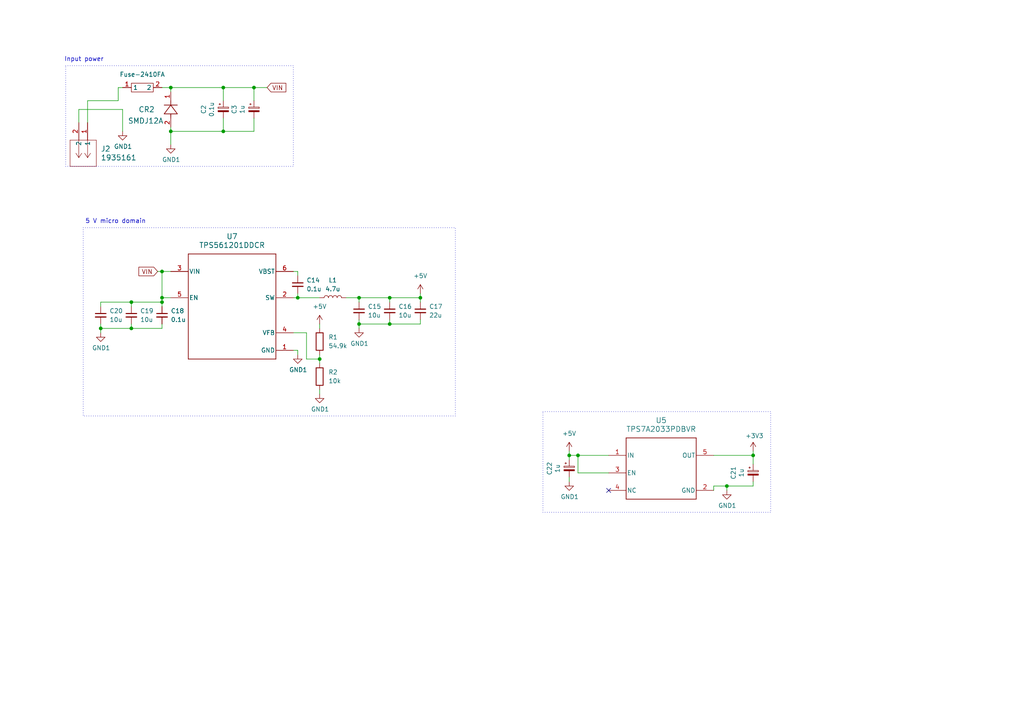
<source format=kicad_sch>
(kicad_sch (version 20231120) (generator "eeschema") (generator_version "8.0")
  (paper "A4")
  (lib_symbols
    (symbol "Device:C_Small" (pin_numbers hide) (pin_names (offset 0.254) hide)
      (property "Reference" "C" (at 0.254 1.778 0))
      (property "Value" "C_Small" (at 0.254 -2.032 0))
      (symbol "C_Small_0_1"
        (polyline (pts (xy -1.524 -0.508) (xy 1.524 -0.508)) (stroke (width 0.3302)))
        (polyline (pts (xy -1.524 0.508) (xy 1.524 0.508)) (stroke (width 0.3048)))
      )
      (symbol "C_Small_1_1"
        (pin passive line (at 0 2.54 270) (length 2.032) (name "~") (number "1"))
        (pin passive line (at 0 -2.54 90) (length 2.032) (name "~") (number "2"))
      )
    )
    (symbol "Device:L" (pin_numbers hide) (pin_names (offset 1.016) hide)
      (property "Reference" "L" (at -1.27 0 90))
      (property "Value" "L" (at 1.905 0 90))
      (symbol "L_0_1"
        (arc (start 0 -2.54) (mid 0.6323 -1.905) (end 0 -1.27))
        (arc (start 0 -1.27) (mid 0.6323 -0.635) (end 0 0))
        (arc (start 0 0) (mid 0.6323 0.635) (end 0 1.27))
        (arc (start 0 1.27) (mid 0.6323 1.905) (end 0 2.54))
      )
      (symbol "L_1_1"
        (pin passive line (at 0 3.81 270) (length 1.27) (name "1") (number "1"))
        (pin passive line (at 0 -3.81 90) (length 1.27) (name "2") (number "2"))
      )
    )
    (symbol "Device:R" (pin_numbers hide) (pin_names (offset 0))
      (property "Reference" "R" (at 2.032 0 90))
      (property "Value" "R" (at 0 0 90))
      (symbol "R_0_1"
        (rectangle (start -1.016 -2.54) (end 1.016 2.54) (stroke (width 0.254)))
      )
      (symbol "R_1_1"
        (pin passive line (at 0 3.81 270) (length 1.27) (name "~") (number "1"))
        (pin passive line (at 0 -3.81 90) (length 1.27) (name "~") (number "2"))
      )
    )
    (symbol "power:+5V" (power) (pin_numbers hide) (pin_names (offset 0) hide)
      (property "Value" "+5V" (at 0 3.556 0))
      (symbol "+5V_0_1"
        (polyline (pts (xy -0.762 1.27) (xy 0 2.54)))
        (polyline (pts (xy 0 0) (xy 0 2.54)))
        (polyline (pts (xy 0 2.54) (xy 0.762 1.27)))
      )
      (symbol "+5V_1_1"
        (pin power_in line (at 0 0 90) (length 0) (name "~") (number "1"))
      )
    )
    (symbol "power:GND1" (power) (pin_names (offset 0))
      (property "Value" "GND1" (at 0 -3.81 0))
      (symbol "GND1_0_1"
        (polyline (pts (xy 0 0) (xy 0 -1.27) (xy 1.27 -1.27) (xy 0 -2.54) (xy -1.27 -1.27) (xy 0 -1.27)))
      )
      (symbol "GND1_1_1"
        (pin power_in line (at 0 0 270) (length 0) hide (name "GND1") (number "1"))
      )
    )
    (symbol "spudglo_driver_v3p1-rescue:+3.3V-power" (power) (pin_names (offset 0))
      (property "Value" "+3.3V-power" (at 0 3.556 0))
      (symbol "+3.3V-power_0_1"
        (polyline (pts (xy -0.762 1.27) (xy 0 2.54)))
        (polyline (pts (xy 0 0) (xy 0 2.54)))
        (polyline (pts (xy 0 2.54) (xy 0.762 1.27)))
      )
      (symbol "+3.3V-power_1_1"
        (pin power_in line (at 0 0 90) (length 0) hide (name "+3V3") (number "1"))
      )
    )
    (symbol "spudglo_driver_v3p1-rescue:CP_Small-Device" (pin_numbers hide) (pin_names (offset 0.254) hide)
      (property "Reference" "C" (at 0.254 1.778 0))
      (property "Value" "CP_Small-Device" (at 0.254 -2.032 0))
      (symbol "CP_Small-Device_0_1"
        (rectangle (start -1.524 -0.3048) (end 1.524 -0.6858) (fill (type outline)))
        (rectangle (start -1.524 0.6858) (end 1.524 0.3048))
        (polyline (pts (xy -1.27 1.524) (xy -0.762 1.524)))
        (polyline (pts (xy -1.016 1.27) (xy -1.016 1.778)))
      )
      (symbol "CP_Small-Device_1_1"
        (pin passive line (at 0 2.54 270) (length 1.8542) (name "~") (number "1"))
        (pin passive line (at 0 -2.54 90) (length 1.8542) (name "~") (number "2"))
      )
    )
    (symbol "srw_custom:1935161" (pin_names (offset 0.254))
      (property "Reference" "J" (at 8.89 6.35 0))
      (property "Value" "1935161" (at 0 0 0))
      (symbol "1935161_1_1"
        (polyline (pts (xy 5.08 -5.08) (xy 12.7 -5.08)) (stroke (width 0.127)))
        (polyline (pts (xy 5.08 2.54) (xy 5.08 -5.08)) (stroke (width 0.127)))
        (polyline (pts (xy 10.16 -2.54) (xy 5.08 -2.54)) (stroke (width 0.127)))
        (polyline (pts (xy 10.16 -2.54) (xy 8.89 -3.3867)) (stroke (width 0.127)))
        (polyline (pts (xy 10.16 -2.54) (xy 8.89 -1.6933)) (stroke (width 0.127)))
        (polyline (pts (xy 10.16 0) (xy 5.08 0)) (stroke (width 0.127)))
        (polyline (pts (xy 10.16 0) (xy 8.89 -0.8467)) (stroke (width 0.127)))
        (polyline (pts (xy 10.16 0) (xy 8.89 0.8467)) (stroke (width 0.127)))
        (polyline (pts (xy 12.7 -5.08) (xy 12.7 2.54)) (stroke (width 0.127)))
        (polyline (pts (xy 12.7 2.54) (xy 5.08 2.54)) (stroke (width 0.127)))
        (pin unspecified line (at 0 0 0) (length 5.08) (name "1") (number "1"))
        (pin unspecified line (at 0 -2.54 0) (length 5.08) (name "2") (number "2"))
      )
      (symbol "1935161_1_2"
        (polyline (pts (xy 5.08 -5.08) (xy 12.7 -5.08)) (stroke (width 0.127)))
        (polyline (pts (xy 5.08 2.54) (xy 5.08 -5.08)) (stroke (width 0.127)))
        (polyline (pts (xy 7.62 -2.54) (xy 5.08 -2.54)) (stroke (width 0.127)))
        (polyline (pts (xy 7.62 -2.54) (xy 8.89 -3.3867)) (stroke (width 0.127)))
        (polyline (pts (xy 7.62 -2.54) (xy 8.89 -1.6933)) (stroke (width 0.127)))
        (polyline (pts (xy 7.62 0) (xy 5.08 0)) (stroke (width 0.127)))
        (polyline (pts (xy 7.62 0) (xy 8.89 -0.8467)) (stroke (width 0.127)))
        (polyline (pts (xy 7.62 0) (xy 8.89 0.8467)) (stroke (width 0.127)))
        (polyline (pts (xy 12.7 -5.08) (xy 12.7 2.54)) (stroke (width 0.127)))
        (polyline (pts (xy 12.7 2.54) (xy 5.08 2.54)) (stroke (width 0.127)))
        (pin unspecified line (at 0 0 0) (length 5.08) (name "1") (number "1"))
        (pin unspecified line (at 0 -2.54 0) (length 5.08) (name "2") (number "2"))
      )
    )
    (symbol "srw_custom:Fuse-2410FA"
      (property "Reference" "F" (at 0 0 0))
      (property "Value" "Fuse-2410FA" (at 0 2.54 0))
      (symbol "Fuse-2410FA_0_1"
        (rectangle (start 0 -2.54) (end 6.35 -5.08))
      )
      (symbol "Fuse-2410FA_1_1"
        (pin input line (at -2.54 -3.81 0) (length 2.54) (name "1") (number "1"))
        (pin input line (at 8.89 -3.81 180) (length 2.54) (name "2") (number "2"))
      )
    )
    (symbol "srw_custom:SMDJ11A" (pin_names (offset 0.254))
      (property "Reference" "CR" (at 5.08 4.445 0))
      (property "Value" "SMDJ11A" (at 5.08 -3.81 0))
      (symbol "SMDJ11A_1_1"
        (polyline (pts (xy 2.54 0) (xy 3.4798 0)) (stroke (width 0.2032)))
        (polyline (pts (xy 3.175 0) (xy 3.81 0)) (stroke (width 0.2032)))
        (polyline (pts (xy 3.81 -1.905) (xy 6.35 0)) (stroke (width 0.2032)))
        (polyline (pts (xy 3.81 1.905) (xy 3.81 -1.905)) (stroke (width 0.2032)))
        (polyline (pts (xy 6.35 -1.905) (xy 6.35 1.905)) (stroke (width 0.2032)))
        (polyline (pts (xy 6.35 0) (xy 3.81 1.905)) (stroke (width 0.2032)))
        (polyline (pts (xy 6.35 0) (xy 7.62 0)) (stroke (width 0.2032)))
        (pin unspecified line (at 10.16 0 180) (length 2.54) (name "") (number "1"))
        (pin unspecified line (at 0 0 0) (length 2.54) (name "") (number "2"))
      )
      (symbol "SMDJ11A_1_2"
        (polyline (pts (xy -1.905 3.81) (xy 1.905 3.81)) (stroke (width 0.2032)))
        (polyline (pts (xy 0 2.54) (xy 0 3.4798)) (stroke (width 0.2032)))
        (polyline (pts (xy 0 3.175) (xy 0 3.81)) (stroke (width 0.2032)))
        (polyline (pts (xy 0 6.35) (xy -1.905 3.81)) (stroke (width 0.2032)))
        (polyline (pts (xy 0 6.35) (xy 0 7.62)) (stroke (width 0.2032)))
        (polyline (pts (xy 1.905 3.81) (xy 0 6.35)) (stroke (width 0.2032)))
        (polyline (pts (xy 1.905 6.35) (xy -1.905 6.35)) (stroke (width 0.2032)))
        (pin unspecified line (at 0 10.16 270) (length 2.54) (name "") (number "1"))
        (pin unspecified line (at 0 0 90) (length 2.54) (name "") (number "2"))
      )
    )
    (symbol "srw_custom:TPS561201DDCR" (pin_names (offset 0.254))
      (property "Reference" "U" (at 0 2.54 0))
      (property "Value" "TPS561201DDCR" (at 0 0 0))
      (symbol "TPS561201DDCR_0_1"
        (polyline (pts (xy -12.7 -15.24) (xy 12.7 -15.24)) (stroke (width 0.2032)))
        (polyline (pts (xy -12.7 15.24) (xy -12.7 -15.24)) (stroke (width 0.2032)))
        (polyline (pts (xy 12.7 -15.24) (xy 12.7 15.24)) (stroke (width 0.2032)))
        (polyline (pts (xy 12.7 15.24) (xy -12.7 15.24)) (stroke (width 0.2032)))
        (pin power_in line (at 17.78 -12.7 180) (length 5.08) (name "GND") (number "1"))
        (pin power_in line (at 17.78 2.54 180) (length 5.08) (name "SW") (number "2"))
        (pin power_in line (at -17.78 10.16 0) (length 5.08) (name "VIN") (number "3"))
        (pin input line (at 17.78 -7.62 180) (length 5.08) (name "VFB") (number "4"))
        (pin input line (at -17.78 2.54 0) (length 5.08) (name "EN") (number "5"))
        (pin power_in line (at 17.78 10.16 180) (length 5.08) (name "VBST") (number "6"))
      )
    )
    (symbol "srw_custom:TPS7A2033PDBVR" (pin_names (offset 0.254))
      (property "Reference" "U" (at 0 2.54 0))
      (property "Value" "TPS7A2033PDBVR" (at 0 0 0))
      (symbol "TPS7A2033PDBVR_0_1"
        (polyline (pts (xy 5.08 -12.7) (xy 25.4 -12.7)) (stroke (width 0.2032)))
        (polyline (pts (xy 5.08 5.08) (xy 5.08 -12.7)) (stroke (width 0.2032)))
        (polyline (pts (xy 25.4 -12.7) (xy 25.4 5.08)) (stroke (width 0.2032)))
        (polyline (pts (xy 25.4 5.08) (xy 5.08 5.08)) (stroke (width 0.2032)))
        (pin power_in line (at 0 0 0) (length 5.08) (name "IN") (number "1"))
        (pin power_in line (at 30.48 -10.16 180) (length 5.08) (name "GND") (number "2"))
        (pin input line (at 0 -5.08 0) (length 5.08) (name "EN") (number "3"))
        (pin unspecified line (at 0 -10.16 0) (length 5.08) (name "NC") (number "4"))
        (pin unspecified line (at 30.48 0 180) (length 5.08) (name "OUT") (number "5"))
      )
    )
  )
  (junction (at 29.21 95.25))
  (junction (at 121.92 86.36))
  (junction (at 113.03 93.98))
  (junction (at 46.99 78.74))
  (junction (at 38.1 95.25))
  (junction (at 167.64 132.08))
  (junction (at 73.66 25.4))
  (junction (at 86.36 86.36))
  (junction (at 38.1 87.63))
  (junction (at 64.77 25.4))
  (junction (at 49.53 38.1))
  (junction (at 165.1 132.08))
  (junction (at 113.03 86.36))
  (junction (at 49.53 25.4))
  (junction (at 210.82 140.97))
  (junction (at 104.14 86.36))
  (junction (at 46.99 86.36))
  (junction (at 104.14 93.98))
  (junction (at 64.77 38.1))
  (junction (at 46.99 87.63))
  (junction (at 92.71 104.14))
  (junction (at 218.44 132.08))
  (no_connect (at 176.53 142.24))
  (wire (pts (xy 92.71 104.14) (xy 92.71 105.41)))
  (wire (pts (xy 92.71 86.36) (xy 86.36 86.36)))
  (wire (pts (xy 86.36 80.01) (xy 86.36 78.74)))
  (wire (pts (xy 38.1 87.63) (xy 29.21 87.63)))
  (wire (pts (xy 218.44 140.97) (xy 210.82 140.97)))
  (wire (pts (xy 113.03 86.36) (xy 104.14 86.36)))
  (wire (pts (xy 104.14 86.36) (xy 100.33 86.36)))
  (wire (pts (xy 34.29 25.4) (xy 35.56 25.4)))
  (wire (pts (xy 46.99 95.25) (xy 38.1 95.25)))
  (wire (pts (xy 46.99 86.36) (xy 49.53 86.36)))
  (wire (pts (xy 38.1 95.25) (xy 29.21 95.25)))
  (wire (pts (xy 64.77 34.29) (xy 64.77 38.1)))
  (wire (pts (xy 121.92 93.98) (xy 113.03 93.98)))
  (wire (pts (xy 104.14 87.63) (xy 104.14 86.36)))
  (wire (pts (xy 46.99 25.4) (xy 49.53 25.4)))
  (wire (pts (xy 64.77 25.4) (xy 64.77 29.21)))
  (wire (pts (xy 38.1 87.63) (xy 38.1 88.9)))
  (wire (pts (xy 207.01 142.24) (xy 207.01 140.97)))
  (wire (pts (xy 218.44 134.62) (xy 218.44 132.08)))
  (wire (pts (xy 121.92 92.71) (xy 121.92 93.98)))
  (wire (pts (xy 113.03 93.98) (xy 104.14 93.98)))
  (wire (pts (xy 86.36 101.6) (xy 86.36 102.87)))
  (wire (pts (xy 85.09 101.6) (xy 86.36 101.6)))
  (wire (pts (xy 25.4 29.21) (xy 34.29 29.21)))
  (wire (pts (xy 92.71 113.03) (xy 92.71 114.3)))
  (wire (pts (xy 88.9 96.52) (xy 85.09 96.52)))
  (wire (pts (xy 22.86 31.75) (xy 35.56 31.75)))
  (wire (pts (xy 49.53 36.83) (xy 49.53 38.1)))
  (wire (pts (xy 92.71 104.14) (xy 88.9 104.14)))
  (wire (pts (xy 46.99 78.74) (xy 49.53 78.74)))
  (wire (pts (xy 29.21 93.98) (xy 29.21 95.25)))
  (wire (pts (xy 92.71 102.87) (xy 92.71 104.14)))
  (wire (pts (xy 49.53 25.4) (xy 49.53 26.67)))
  (wire (pts (xy 46.99 88.9) (xy 46.99 87.63)))
  (wire (pts (xy 86.36 86.36) (xy 86.36 85.09)))
  (wire (pts (xy 92.71 93.98) (xy 92.71 95.25)))
  (wire (pts (xy 121.92 87.63) (xy 121.92 86.36)))
  (wire (pts (xy 167.64 132.08) (xy 167.64 137.16)))
  (wire (pts (xy 104.14 92.71) (xy 104.14 93.98)))
  (wire (pts (xy 165.1 130.81) (xy 165.1 132.08)))
  (wire (pts (xy 34.29 29.21) (xy 34.29 25.4)))
  (wire (pts (xy 104.14 93.98) (xy 104.14 95.25)))
  (wire (pts (xy 121.92 86.36) (xy 113.03 86.36)))
  (wire (pts (xy 46.99 93.98) (xy 46.99 95.25)))
  (wire (pts (xy 49.53 38.1) (xy 49.53 41.91)))
  (wire (pts (xy 165.1 138.43) (xy 165.1 139.7)))
  (wire (pts (xy 85.09 86.36) (xy 86.36 86.36)))
  (wire (pts (xy 64.77 38.1) (xy 49.53 38.1)))
  (wire (pts (xy 29.21 87.63) (xy 29.21 88.9)))
  (wire (pts (xy 167.64 132.08) (xy 165.1 132.08)))
  (wire (pts (xy 46.99 86.36) (xy 46.99 78.74)))
  (wire (pts (xy 88.9 104.14) (xy 88.9 96.52)))
  (wire (pts (xy 22.86 31.75) (xy 22.86 35.56)))
  (wire (pts (xy 176.53 137.16) (xy 167.64 137.16)))
  (wire (pts (xy 207.01 132.08) (xy 218.44 132.08)))
  (wire (pts (xy 218.44 139.7) (xy 218.44 140.97)))
  (wire (pts (xy 113.03 92.71) (xy 113.03 93.98)))
  (wire (pts (xy 86.36 78.74) (xy 85.09 78.74)))
  (wire (pts (xy 165.1 132.08) (xy 165.1 133.35)))
  (wire (pts (xy 73.66 34.29) (xy 73.66 38.1)))
  (wire (pts (xy 46.99 87.63) (xy 38.1 87.63)))
  (wire (pts (xy 49.53 25.4) (xy 64.77 25.4)))
  (wire (pts (xy 218.44 130.81) (xy 218.44 132.08)))
  (wire (pts (xy 113.03 87.63) (xy 113.03 86.36)))
  (wire (pts (xy 64.77 25.4) (xy 73.66 25.4)))
  (wire (pts (xy 121.92 85.09) (xy 121.92 86.36)))
  (wire (pts (xy 38.1 93.98) (xy 38.1 95.25)))
  (wire (pts (xy 167.64 132.08) (xy 176.53 132.08)))
  (wire (pts (xy 35.56 31.75) (xy 35.56 38.1)))
  (wire (pts (xy 73.66 25.4) (xy 77.47 25.4)))
  (wire (pts (xy 210.82 140.97) (xy 210.82 142.24)))
  (wire (pts (xy 46.99 87.63) (xy 46.99 86.36)))
  (wire (pts (xy 207.01 140.97) (xy 210.82 140.97)))
  (wire (pts (xy 73.66 38.1) (xy 64.77 38.1)))
  (wire (pts (xy 25.4 35.56) (xy 25.4 29.21)))
  (wire (pts (xy 45.72 78.74) (xy 46.99 78.74)))
  (wire (pts (xy 73.66 25.4) (xy 73.66 29.21)))
  (wire (pts (xy 29.21 95.25) (xy 29.21 96.52)))
  (rectangle (start 24.13 66.04) (end 132.08 120.65) (stroke (width 0) (type dot)))
  (rectangle (start 19.05 19.05) (end 85.09 48.26) (stroke (width 0) (type dot)))
  (rectangle (start 157.48 119.38) (end 223.52 148.59) (stroke (width 0) (type dot)))
  (text "5 V micro domain" (at 33.528 64.262 0) (effects (font (size 1.27 1.27))))
  (text "Input power\n" (at 24.384 17.272 0) (effects (font (size 1.27 1.27))))
  (global_label "VIN" (shape input) (at 45.72 78.74 180) (property "Intersheetrefs" "${INTERSHEET_REFS}" (effects (hide yes))))
  (global_label "VIN" (shape input) (at 77.47 25.4 0) (property "Intersheetrefs" "${INTERSHEET_REFS}" (effects (hide yes))))
  (symbol (lib_id "srw_custom:TPS561201DDCR") (at 67.31 88.9 0) (unit 1)
    (property "Reference" "U7" (at 67.31 68.58 0) (effects (font (size 1.524 1.524))))
    (property "Value" "TPS561201DDCR" (at 67.31 71.12 0) (effects (font (size 1.524 1.524))))
    (property "Footprint" "srw_custom:DDC0006A_N" (effects (hide yes)))
    (property "Datasheet" "TPS561201DDCR" (effects (hide yes)))
  )
  (symbol (lib_id "Device:C_Small") (at 38.1 91.44 0) (unit 1)
    (property "Reference" "C19" (at 40.64 90.1762 0) (effects (justify left)))
    (property "Value" "10u" (at 40.64 92.7162 0) (effects (justify left)))
    (property "Footprint" "Capacitor_SMD:C_0603_1608Metric_Pad1.08x0.95mm_HandSolder" (effects (hide yes)))
    (property "Description" "Unpolarized capacitor, small symbol" (effects (hide yes)))
  )
  (symbol (lib_id "spudglo_driver_v3p1-rescue:+3.3V-power") (at 218.44 130.81 0) (unit 1)
    (property "Reference" "#PWR023" (effects (hide yes)))
    (property "Value" "+3V3" (at 218.821 126.4158 0))
  )
  (symbol (lib_id "spudglo_driver_v3p1-rescue:CP_Small-Device") (at 218.44 137.16 0) (unit 1)
    (property "Reference" "C21" (at 212.725 137.16 90))
    (property "Value" "1u" (at 215.0364 137.16 90))
    (property "Footprint" "Capacitor_SMD:C_0402_1005Metric_Pad0.74x0.62mm_HandSolder" (effects (hide yes)))
  )
  (symbol (lib_id "power:GND1") (at 49.53 41.91 0) (unit 1)
    (property "Reference" "#PWR024" (effects (hide yes)))
    (property "Value" "GND1" (at 49.657 46.3042 0))
  )
  (symbol (lib_id "srw_custom:TPS7A2033PDBVR") (at 176.53 132.08 0) (unit 1)
    (property "Reference" "U5" (at 191.77 121.92 0) (effects (font (size 1.524 1.524))))
    (property "Value" "TPS7A2033PDBVR" (at 191.77 124.46 0) (effects (font (size 1.524 1.524))))
    (property "Footprint" "srw_custom:DBV0005A-IPC_A" (effects (hide yes)))
    (property "Datasheet" "TPS7A2033PDBVR" (effects (hide yes)))
  )
  (symbol (lib_id "Device:C_Small") (at 121.92 90.17 0) (unit 1)
    (property "Reference" "C17" (at 124.46 88.9062 0) (effects (justify left)))
    (property "Value" "22u" (at 124.46 91.4462 0) (effects (justify left)))
    (property "Footprint" "Capacitor_SMD:C_0402_1005Metric_Pad0.74x0.62mm_HandSolder" (effects (hide yes)))
    (property "Description" "Unpolarized capacitor, small symbol" (effects (hide yes)))
  )
  (symbol (lib_id "srw_custom:1935161") (at 25.4 35.56 270) (unit 1)
    (property "Reference" "J2" (at 29.21 43.1799 90) (effects (font (size 1.524 1.524)) (justify left)))
    (property "Value" "1935161" (at 29.21 45.7199 90) (effects (font (size 1.524 1.524)) (justify left)))
    (property "Footprint" "CONN_1935161_PXC" (effects (hide yes)))
    (property "Datasheet" "1935161" (effects (hide yes)))
  )
  (symbol (lib_id "Device:C_Small") (at 29.21 91.44 0) (unit 1)
    (property "Reference" "C20" (at 31.75 90.1762 0) (effects (justify left)))
    (property "Value" "10u" (at 31.75 92.7162 0) (effects (justify left)))
    (property "Footprint" "Capacitor_SMD:C_0603_1608Metric_Pad1.08x0.95mm_HandSolder" (effects (hide yes)))
    (property "Description" "Unpolarized capacitor, small symbol" (effects (hide yes)))
  )
  (symbol (lib_id "Device:R") (at 92.71 109.22 0) (unit 1)
    (property "Reference" "R2" (at 95.25 107.9499 0) (effects (justify left)))
    (property "Value" "10k" (at 95.25 110.4899 0) (effects (justify left)))
    (property "Footprint" "Resistor_SMD:R_0402_1005Metric_Pad0.72x0.64mm_HandSolder" (effects (hide yes)))
    (property "Description" "Resistor" (effects (hide yes)))
  )
  (symbol (lib_id "srw_custom:SMDJ11A") (at 49.53 36.83 90) (unit 1)
    (property "Reference" "CR2" (at 40.132 31.75 90) (effects (font (size 1.524 1.524)) (justify right)))
    (property "Value" "SMDJ12A" (at 37.084 35.052 90) (effects (font (size 1.524 1.524)) (justify right)))
    (property "Footprint" "srw_custom:SMDJSeries_LTF" (effects (hide yes)))
    (property "Datasheet" "SMDJ11A" (effects (hide yes)))
  )
  (symbol (lib_id "spudglo_driver_v3p1-rescue:CP_Small-Device") (at 73.66 31.75 0) (unit 1)
    (property "Reference" "C3" (at 67.945 31.75 90))
    (property "Value" "1u" (at 70.2564 31.75 90))
    (property "Footprint" "Capacitor_SMD:C_0603_1608Metric_Pad1.08x0.95mm_HandSolder" (effects (hide yes)))
  )
  (symbol (lib_id "power:GND1") (at 104.14 95.25 0) (unit 1)
    (property "Reference" "#PWR014" (effects (hide yes)))
    (property "Value" "GND1" (at 104.267 99.6442 0))
  )
  (symbol (lib_id "power:GND1") (at 165.1 139.7 0) (unit 1)
    (property "Reference" "#PWR021" (effects (hide yes)))
    (property "Value" "GND1" (at 165.227 144.0942 0))
  )
  (symbol (lib_id "Device:C_Small") (at 86.36 82.55 0) (unit 1)
    (property "Reference" "C14" (at 88.9 81.2862 0) (effects (justify left)))
    (property "Value" "0.1u" (at 88.9 83.8262 0) (effects (justify left)))
    (property "Footprint" "Capacitor_SMD:C_0402_1005Metric_Pad0.74x0.62mm_HandSolder" (effects (hide yes)))
    (property "Description" "Unpolarized capacitor, small symbol" (effects (hide yes)))
  )
  (symbol (lib_id "spudglo_driver_v3p1-rescue:CP_Small-Device") (at 64.77 31.75 0) (unit 1)
    (property "Reference" "C2" (at 59.055 31.75 90))
    (property "Value" "0.1u" (at 61.3664 31.75 90))
    (property "Footprint" "Capacitor_SMD:C_0603_1608Metric_Pad1.08x0.95mm_HandSolder" (effects (hide yes)))
  )
  (symbol (lib_id "Device:L") (at 96.52 86.36 90) (unit 1)
    (property "Reference" "L1" (at 96.52 81.28 90))
    (property "Value" "4.7u" (at 96.52 83.82 90))
    (property "Footprint" "Inductor_SMD:L_1008_2520Metric_Pad1.43x2.20mm_HandSolder" (effects (hide yes)))
    (property "Datasheet" "DFE252012P-4R7M=P2" (effects (hide yes)))
    (property "Description" "Inductor" (effects (hide yes)))
  )
  (symbol (lib_id "power:GND1") (at 29.21 96.52 0) (unit 1)
    (property "Reference" "#PWR016" (effects (hide yes)))
    (property "Value" "GND1" (at 29.337 100.9142 0))
  )
  (symbol (lib_id "spudglo_driver_v3p1-rescue:CP_Small-Device") (at 165.1 135.89 0) (unit 1)
    (property "Reference" "C22" (at 159.385 135.89 90))
    (property "Value" "1u" (at 161.6964 135.89 90))
    (property "Footprint" "Capacitor_SMD:C_0402_1005Metric_Pad0.74x0.62mm_HandSolder" (effects (hide yes)))
  )
  (symbol (lib_id "Device:C_Small") (at 104.14 90.17 0) (unit 1)
    (property "Reference" "C15" (at 106.68 88.9062 0) (effects (justify left)))
    (property "Value" "10u" (at 106.68 91.4462 0) (effects (justify left)))
    (property "Footprint" "Capacitor_SMD:C_0402_1005Metric_Pad0.74x0.62mm_HandSolder" (effects (hide yes)))
    (property "Description" "Unpolarized capacitor, small symbol" (effects (hide yes)))
  )
  (symbol (lib_id "srw_custom:Fuse-2410FA") (at 38.1 21.59 0) (unit 1)
    (property "Reference" "F1" (effects (hide yes)))
    (property "Value" "Fuse-2410FA" (at 41.275 21.59 0))
    (property "Footprint" "srw_custom:2410FA" (effects (hide yes)))
  )
  (symbol (lib_id "Device:R") (at 92.71 99.06 0) (unit 1)
    (property "Reference" "R1" (at 95.25 97.7899 0) (effects (justify left)))
    (property "Value" "54.9k" (at 95.25 100.3299 0) (effects (justify left)))
    (property "Footprint" "Resistor_SMD:R_0402_1005Metric_Pad0.72x0.64mm_HandSolder" (effects (hide yes)))
    (property "Description" "Resistor" (effects (hide yes)))
  )
  (symbol (lib_id "power:GND1") (at 86.36 102.87 0) (unit 1)
    (property "Reference" "#PWR011" (effects (hide yes)))
    (property "Value" "GND1" (at 86.487 107.2642 0))
  )
  (symbol (lib_id "Device:C_Small") (at 46.99 91.44 0) (unit 1)
    (property "Reference" "C18" (at 49.53 90.1762 0) (effects (justify left)))
    (property "Value" "0.1u" (at 49.53 92.7162 0) (effects (justify left)))
    (property "Footprint" "Capacitor_SMD:C_0402_1005Metric_Pad0.74x0.62mm_HandSolder" (effects (hide yes)))
    (property "Description" "Unpolarized capacitor, small symbol" (effects (hide yes)))
  )
  (symbol (lib_id "power:GND1") (at 92.71 114.3 0) (unit 1)
    (property "Reference" "#PWR013" (effects (hide yes)))
    (property "Value" "GND1" (at 92.837 118.6942 0))
  )
  (symbol (lib_id "power:GND1") (at 210.82 142.24 0) (unit 1)
    (property "Reference" "#PWR020" (effects (hide yes)))
    (property "Value" "GND1" (at 210.947 146.6342 0))
  )
  (symbol (lib_id "power:GND1") (at 35.56 38.1 0) (unit 1)
    (property "Reference" "#PWR025" (effects (hide yes)))
    (property "Value" "GND1" (at 35.687 42.4942 0))
  )
  (symbol (lib_id "Device:C_Small") (at 113.03 90.17 0) (unit 1)
    (property "Reference" "C16" (at 115.57 88.9062 0) (effects (justify left)))
    (property "Value" "10u" (at 115.57 91.4462 0) (effects (justify left)))
    (property "Footprint" "Capacitor_SMD:C_0402_1005Metric_Pad0.74x0.62mm_HandSolder" (effects (hide yes)))
    (property "Description" "Unpolarized capacitor, small symbol" (effects (hide yes)))
  )
  (symbol (lib_id "power:+5V") (at 165.1 130.81 0) (unit 1)
    (property "Reference" "#PWR022" (effects (hide yes)))
    (property "Value" "+5V" (at 165.1 125.73 0))
    (property "Description" "Power symbol creates a global label with name \"+5V\"" (effects (hide yes)))
  )
  (symbol (lib_id "power:+5V") (at 92.71 93.98 0) (unit 1)
    (property "Reference" "#PWR018" (effects (hide yes)))
    (property "Value" "+5V" (at 92.71 88.9 0))
    (property "Description" "Power symbol creates a global label with name \"+5V\"" (effects (hide yes)))
  )
  (symbol (lib_id "power:+5V") (at 121.92 85.09 0) (unit 1)
    (property "Reference" "#PWR017" (effects (hide yes)))
    (property "Value" "+5V" (at 121.92 80.01 0))
    (property "Description" "Power symbol creates a global label with name \"+5V\"" (effects (hide yes)))
  )
)
</source>
